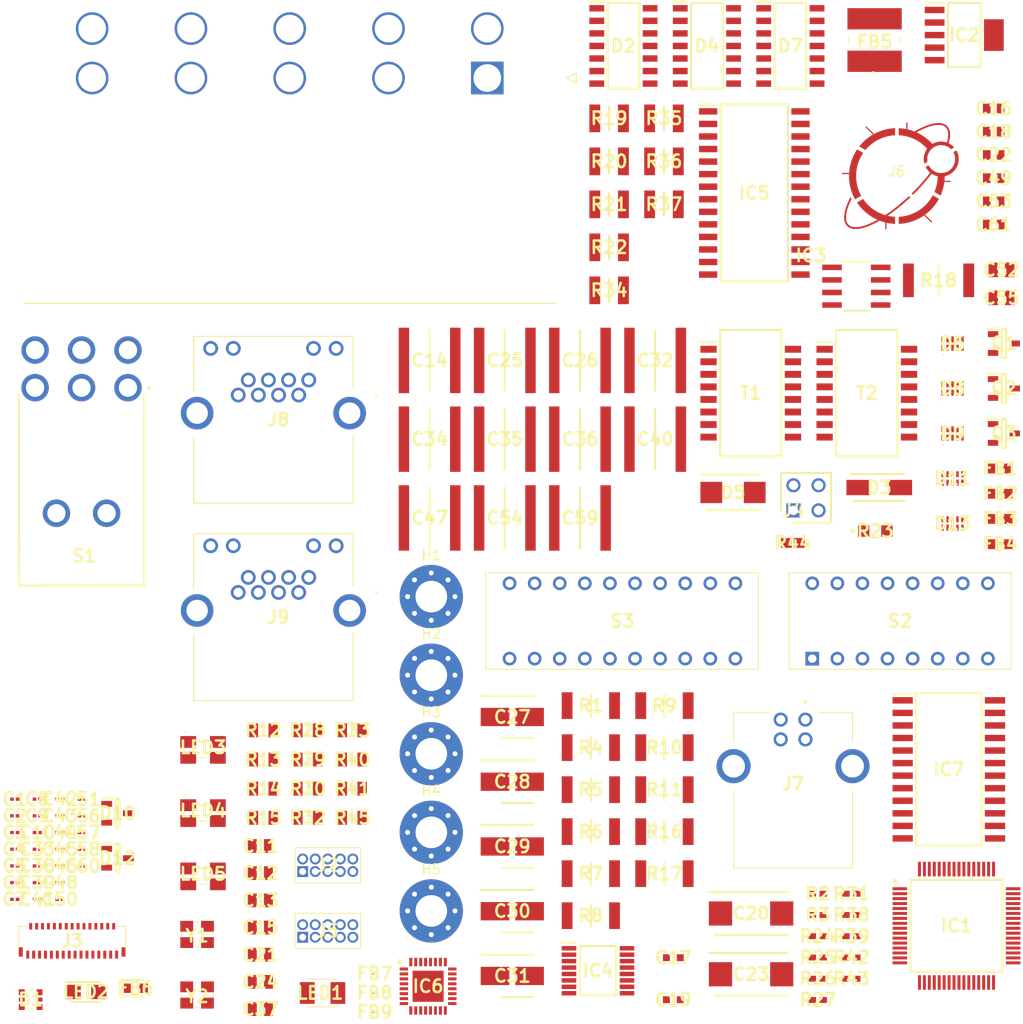
<source format=kicad_pcb>
(kicad_pcb (version 20221018) (generator pcbnew)
  (layers (0 "F.Cu" signal) (31 "B.Cu" signal) (34 "B.Paste" user) (35 "F.Paste" user) (36 "B.SilkS" user "B.Silkscreen") (37 "F.SilkS" user "F.Silkscreen") (38 "B.Mask" user) (39 "F.Mask" user) (44 "Edge.Cuts" user))
  (net 0 "")
  (net 1 "GND")
  (net 2 "/Microcontroller/VDD1")
  (net 3 "+3V3")
  (net 4 "Net-(C5-Pad1)")
  (net 5 "/Microcontroller/VDD2")
  (net 6 "+5V")
  (net 7 "Net-(C10-Pad1)")
  (net 8 "Net-(IC2-NR{slash}FB)")
  (net 9 "Net-(IC3-REF)")
  (net 10 "/OLED Socket/EXTCAP")
  (net 11 "Net-(IC3-SS)")
  (net 12 "/OLED Socket/EXTCAP3")
  (net 13 "Net-(IC3-COMP)")
  (net 14 "/OLED Socket/+12V")
  (net 15 "/OLED Socket/EXTCAP2")
  (net 16 "/COM Bus Header/C1+")
  (net 17 "/COM Bus Header/C1-")
  (net 18 "/COM Bus Header/C2-")
  (net 19 "/COM Bus Header/V+")
  (net 20 "/COM Bus Header/V-")
  (net 21 "Net-(C33-Pad1)")
  (net 22 "/External Ethernet/TPIN-")
  (net 23 "Net-(T1-CT_1)")
  (net 24 "Net-(C40-Pad2)")
  (net 25 "/System Ethernet/TPIN-")
  (net 26 "Net-(T2-CT_1)")
  (net 27 "Net-(C59-Pad2)")
  (net 28 "Net-(IC5-VCAP)")
  (net 29 "Net-(C38-Pad1)")
  (net 30 "Net-(IC6-VDDPLL_1.8)")
  (net 31 "Net-(IC6-VDDA_3.3)")
  (net 32 "Net-(IC6-REXT)")
  (net 33 "/Power Supply/PW_OK")
  (net 34 "/Power Supply/5VSB")
  (net 35 "/Power Supply/PSU_ON")
  (net 37 "/Front Panel Client/RST+")
  (net 38 "/Front Panel Client/RST-")
  (net 40 "/Front Panel Client/HDD+")
  (net 41 "/Front Panel Client/HDD-")
  (net 42 "/Front Panel Client/PLED+")
  (net 43 "/Front Panel Client/PLED-")
  (net 45 "/Front Panel Client/PWR+")
  (net 46 "/Front Panel Client/PWR-")
  (net 47 "Net-(IC3-OUT)")
  (net 48 "/OLED Socket/~{RST}")
  (net 49 "/OLED Socket/SCK")
  (net 51 "/OLED Socket/SDI")
  (net 53 "/Microcontroller/SERIAL_TX")
  (net 54 "/Microcontroller/SERIAL_RX")
  (net 55 "/Microcontroller/SERIAL_RTS")
  (net 56 "/Microcontroller/SERIAL_CTS")
  (net 61 "/COM Bus Header/P2")
  (net 62 "/COM Bus Header/P4")
  (net 64 "/COM Bus Header/P6")
  (net 65 "/COM Bus Header/P9")
  (net 66 "/COM Bus Header/P7")
  (net 68 "/COM Bus Header/P5")
  (net 69 "/COM Bus Header/P3")
  (net 70 "/ISCP Pad/PGEC")
  (net 71 "/ISCP Pad/PGED")
  (net 72 "/ISCP Pad/~{MCLR}")
  (net 77 "Net-(D9-CH1)")
  (net 78 "/Microcontroller/USB_D-")
  (net 79 "/Microcontroller/USB_D+")
  (net 84 "/External Ethernet/GLED+")
  (net 85 "/External Ethernet/YLED+")
  (net 86 "/External Ethernet/TX-")
  (net 87 "/External Ethernet/TX+")
  (net 88 "/External Ethernet/RX+")
  (net 89 "/External Ethernet/RX-")
  (net 94 "/System Ethernet/GLED+")
  (net 95 "/System Ethernet/YLED+")
  (net 96 "/System Ethernet/TX-")
  (net 97 "/System Ethernet/TX+")
  (net 98 "/System Ethernet/RX+")
  (net 99 "/System Ethernet/RX-")
  (net 104 "/Microcontroller/ETH_ETXEN")
  (net 105 "/Microcontroller/ETH_ETXD0")
  (net 106 "/Microcontroller/ETH_ETXD1")
  (net 107 "/External Ethernet/~{CS}")
  (net 108 "/Indicator Lights/SDA")
  (net 109 "/Indicator Lights/SCL")
  (net 110 "/External Ethernet/~{RST}")
  (net 111 "Net-(IC1-AN45{slash}C1INA{slash}RPB5{slash}RB5)")
  (net 112 "/Front Panel Client/PWR_ON")
  (net 113 "/Front Panel Client/RESET")
  (net 114 "/Power Supply/PW_ON")
  (net 115 "Net-(IC1-AN48{slash}RPB8{slash}PMA10{slash}RB8)")
  (net 116 "Net-(IC1-AN49{slash}RPB9{slash}PMA7{slash}RB9)")
  (net 117 "Net-(IC1-TMS{slash}CVREFOUT{slash}AN5{slash}RPB10{slash}PMA13{slash}RB10)")
  (net 118 "Net-(IC1-TDO{slash}AN6{slash}PMA12{slash}RB11)")
  (net 119 "Net-(IC1-TCK{slash}AN7{slash}PMA11{slash}RB12)")
  (net 120 "Net-(IC1-TDI{slash}AN8{slash}RB13)")
  (net 121 "/External Ethernet/SCK")
  (net 122 "/Microcontroller/ETH_EMDC")
  (net 123 "Net-(IC1-OSC1{slash}CLKI{slash}RC12)")
  (net 124 "/COM Bus Header/RTS")
  (net 125 "/COM Bus Header/CTS")
  (net 126 "/COM Bus Header/TX")
  (net 127 "/COM Bus Header/RX")
  (net 128 "/External Ethernet/SDI")
  (net 129 "/External Ethernet/SDO")
  (net 130 "/Microcontroller/ETH_MDIO")
  (net 131 "/External Ethernet/~{INT}")
  (net 132 "/Microcontroller/ETH_INT")
  (net 133 "/Microcontroller/ETH_~{RST}")
  (net 134 "Net-(IC1-TRCLK{slash}SQICLK{slash}ERXD2{slash}AETXD0{slash}RPF1{slash}RF1)")
  (net 135 "/Microcontroller/ETH_ERXD1")
  (net 136 "/Microcontroller/ETH_ERXD0")
  (net 137 "/Microcontroller/ETH_ECRSDV")
  (net 138 "/Microcontroller/ETH_EREFCLK")
  (net 139 "/Microcontroller/ETH_ERXERR")
  (net 140 "Net-(S1-COM_2)")
  (net 141 "Net-(IC2-EN)")
  (net 142 "/External Ethernet/TPIN+")
  (net 143 "/External Ethernet/TPOUT-")
  (net 144 "/External Ethernet/TPOUT+")
  (net 145 "/System Ethernet/TPIN+")
  (net 146 "/System Ethernet/TPOUT-")
  (net 147 "/System Ethernet/TPOUT+")
  (net 148 "Net-(IC3-EN)")
  (net 149 "Net-(IC4-DOUT2)")
  (net 150 "Net-(IC4-RIN2)")
  (net 151 "Net-(IC4-RIN1)")
  (net 152 "Net-(IC4-DOUT1)")
  (net 155 "Net-(IC5-RBIAS)")
  (net 156 "Net-(IC5-OSC1)")
  (net 164 "/COM Bus Header/P8")
  (net 167 "/External Ethernet/CT_45")
  (net 168 "/External Ethernet/CT_78")
  (net 169 "Net-(J8-ANODE_GREEN{slash}CATHODE_YELLOW_1)")
  (net 170 "Net-(J8-ANODE_YELLOW{slash}CATHODE_GREEN_2)")
  (net 171 "/System Ethernet/CT_45")
  (net 172 "/System Ethernet/CT_78")
  (net 173 "Net-(J9-ANODE_GREEN{slash}CATHODE_YELLOW_1)")
  (net 174 "Net-(J9-ANODE_YELLOW{slash}CATHODE_GREEN_2)")
  (net 175 "Net-(LED1-Pad2)")
  (net 176 "Net-(LED2-Pad1)")
  (net 179 "Net-(IC6-XI)")
  (net 180 "Net-(IC6-PHYAD0)")
  (net 184 "Net-(IC6-CONFIG0)")
  (net 185 "/Indicator Lights/O18")
  (net 186 "Net-(T1-CT_3)")
  (net 187 "Net-(T1-CT_4)")
  (net 188 "Net-(T2-CT_3)")
  (net 189 "Net-(T2-CT_4)")
  (net 204 "Net-(IC7-R_EXT)")
  (net 205 "/Indicator Lights/O1")
  (net 206 "/Indicator Lights/O2")
  (net 207 "/Indicator Lights/O3")
  (net 208 "/Indicator Lights/O4")
  (net 209 "/Indicator Lights/O5")
  (net 210 "/Indicator Lights/O6")
  (net 211 "/Indicator Lights/O7")
  (net 212 "/Indicator Lights/O8")
  (net 213 "/Indicator Lights/O9")
  (net 214 "/Indicator Lights/O10")
  (net 215 "/Indicator Lights/O11")
  (net 216 "/Indicator Lights/O12")
  (net 217 "/Indicator Lights/O13")
  (net 218 "/Indicator Lights/O14")
  (net 219 "/Indicator Lights/O15")
  (net 220 "/Indicator Lights/O16")
  (net 221 "/Indicator Lights/O17")
  (net 222 "Net-(IC7-~{SDB})")
  (footprint "SamacSys_Parts:DIOM5436X244N" (layer "F.Cu") (at 169.205 88.085)
    (fp_text reference "D5")
    (fp_text value "P6SMB15A-Q" hide)
  )
  (footprint "SamacSys_Parts:RESC1005X40N" (layer "F.Cu") (at 177.79 137.285)
    (fp_text reference "R26")
    (fp_text value "75R" hide)
  )
  (footprint "SamacSys_Parts:RESC1005X40N" (layer "F.Cu") (at 177.79 135.135)
    (fp_text reference "R25")
    (fp_text value "75R" hide)
  )
  (footprint "SamacSys_Parts:SOP65P640X120-16N" (layer "F.Cu") (at 155.54 136.48)
    (fp_text reference "IC4")
    (fp_text value "SN75C3232EPWR" hide)
  )
  (footprint "SamacSys_Parts:RESC3126X65N" (layer "F.Cu") (at 162.215 58.935)
    (fp_text reference "R37")
    (fp_text value "RC1210FR-0749R9L" hide)
  )
  (footprint "SamacSys_Parts:SOT95P230X110-3N" (layer "F.Cu") (at 196.63 82.115)
    (fp_text reference "Q3")
    (fp_text value "PMV20ENR" hide)
  )
  (footprint "SamacSys_Parts:CAPC0402X22N" (layer "F.Cu") (at 103.34 119.115)
    (fp_text reference "C51")
    (fp_text value "0.1u" hide)
  )
  (footprint "SamacSys_Parts:SOIC127P600X175-14N" (layer "F.Cu") (at 166.565 42.91)
    (fp_text reference "D4")
    (fp_text value "SMDA05C-8.TBT" hide)
  )
  (footprint "SamacSys_Parts:CAPC5664X270N" (layer "F.Cu") (at 161.325 82.695)
    (fp_text reference "C40")
    (fp_text value "1nF 5kV" hide)
  )
  (footprint "SamacSys_Parts:323287241" (layer "F.Cu") (at 102.31 133.45)
    (fp_text reference "J3")
    (fp_text value "3-2328724-1" hide)
  )
  (footprint "SamacSys_Parts:RESC2012X60N" (layer "F.Cu") (at 130.66 115.105)
    (fp_text reference "R40")
    (fp_text value "470R" hide)
  )
  (footprint "SamacSys_Parts:CAPC2012X135N" (layer "F.Cu") (at 121.36 137.605)
    (fp_text reference "C24")
    (fp_text value "4,7u" hide)
  )
  (footprint "SamacSys_Parts:CAPC5664X270N" (layer "F.Cu") (at 138.495 74.725)
    (fp_text reference "C14")
    (fp_text value "1nF 5kV" hide)
  )
  (footprint "SamacSys_Parts:RESC1608X55N" (layer "F.Cu") (at 175.255 93.195)
    (fp_text reference "R44")
    (fp_text value "3.3k" hide)
  )
  (footprint "SamacSys_Parts:RESC1005X40N" (layer "F.Cu") (at 177.79 132.985)
    (fp_text reference "R24")
    (fp_text value "75R" hide)
  )
  (footprint "SamacSys_Parts:RESC5025X65N" (layer "F.Cu") (at 154.815 122.405)
    (fp_text reference "R6")
    (fp_text value "10k" hide)
  )
  (footprint "SamacSys_Parts:ASE24576MHZLCT" (layer "F.Cu") (at 114.96 132.805)
    (fp_text reference "Y1")
    (fp_text value "25MHz" hide)
  )
  (footprint "SamacSys_Parts:CAPC0402X22N" (layer "F.Cu") (at 103.34 124.185)
    (fp_text reference "C58")
    (fp_text value "0.1u" hide)
  )
  (footprint "SamacSys_Parts:CAPC0402X22N" (layer "F.Cu") (at 101.06 127.565)
    (fp_text reference "C48")
    (fp_text value "0.1u" hide)
  )
  (footprint "SamacSys_Parts:SOIC127P1030X265-28N" (layer "F.Cu") (at 171.365 57.785)
    (fp_text reference "IC5")
    (fp_text value "ENC28J60-I_SO" hide)
  )
  (footprint "SamacSys_Parts:RESC5025X65N" (layer "F.Cu") (at 154.815 126.655)
    (fp_text reference "R7")
    (fp_text value "10k" hide)
  )
  (footprint "SamacSys_Parts:BEADC1608X95N" (layer "F.Cu") (at 196.255 85.665)
    (fp_text reference "FB1")
    (fp_text value "BMC1JY0300AN" hide)
  )
  (footprint "SamacSys_Parts:RESC5025X65N" (layer "F.Cu") (at 154.815 109.655)
    (fp_text reference "R1")
    (fp_text value "10k" hide)
  )
  (footprint "SamacSys_Parts:CAPC0402X22N" (layer "F.Cu") (at 98.78 127.565)
    (fp_text reference "C39")
    (fp_text value "0.1u" hide)
  )
  (footprint "SamacSys_Parts:SOIC127P930X570-16N" (layer "F.Cu") (at 182.755 78.04)
    (fp_text reference "T2")
    (fp_text value "PT61017XPEL" hide)
  )
  (footprint "SamacSys_Parts:PESD5V0L5UY115" (layer "F.Cu") (at 98.11 139.4)
    (fp_text reference "D1")
    (fp_text value "PESD5V0L5UY,115" hide)
  )
  (footprint "SamacSys_Parts:CAPC0402X22N" (layer "F.Cu") (at 101.06 129.255)
    (fp_text reference "C50")
    (fp_text value "0.1u" hide)
  )
  (footprint "SamacSys_Parts:RESC3126X65N" (layer "F.Cu") (at 156.665 67.635)
    (fp_text reference "R34")
    (fp_text value "RC1210FR-0749R9L" hide)
  )
  (footprint "SamacSys_Parts:RESC3126X65N" (layer "F.Cu") (at 162.215 54.585)
    (fp_text reference "R36")
    (fp_text value "RC1210FR-0749R9L" hide)
  )
  (footprint "SamacSys_Parts:RESC1005X40N" (layer "F.Cu") (at 181.19 128.685)
    (fp_text reference "R31")
    (fp_text value "4.7k" hide)
  )
  (footprint "SamacSys_Parts:SS60300103" (layer "F.Cu") (at 125.242 78.23)
    (fp_text reference "J8")
    (fp_text value "SS-60300-103" hide)
  )
  (footprint "SamacSys_Parts:CAPC0402X22N" (layer "F.Cu") (at 98.78 125.875)
    (fp_text reference "C38")
    (fp_text value "0.1u" hide)
  )
  (footprint "SamacSys_Parts:BEADC1608X95N" (layer "F.Cu") (at 196.255 90.765)
    (fp_text reference "FB3")
    (fp_text value "BMC1JY0300AN" hide)
  )
  (footprint "SamacSys_Parts:SOIC127P600X175-14N" (layer "F.Cu") (at 175.015 42.91)
    (fp_text reference "D7")
    (fp_text value "SMDA05C-8.TBT" hide)
  )
  (footprint "SamacSys_Parts:CAPAE430X610N" (layer "F.Cu") (at 146.865 117.355)
    (fp_text reference "C28")
    (fp_text value "0.1u" hide)
  )
  (footprint "SamacSys_Parts:7201K2AQEG" (layer "F.Cu") (at 107.96 77.487)
    (fp_text reference "S1")
    (fp_text value "7201K2AQEG" hide)
  )
  (footprint "SamacSys_Parts:ASE24576MHZLCT" (layer "F.Cu") (at 114.96 138.93)
    (fp_text reference "Y2")
    (fp_text value "25MHz" hide)
  )
  (footprint "SamacSys_Parts:QFN50P500X500X90-33N-D" (layer "F.Cu") (at 138.34 138.05)
    (fp_text reference "IC6")
    (fp_text value "KSZ8041RNL-TR" hide)
  )
  (footprint "SamacSys_Parts:SOT127P706X180-6N" (layer "F.Cu") (at 192.615 41.81)
    (fp_text reference "IC2")
    (fp_text value "TPS73733DCQ" hide)
  )
  (footprint "SamacSys_Parts:RESC3126X65N" (layer "F.Cu") (at 156.665 58.935)
    (fp_text reference "R21")
    (fp_text value "RC1210FR-0749R9L" hide)
  )
  (footprint "SamacSys_Parts:RESC2012X60N" (layer "F.Cu") (at 121.66 112.155)
    (fp_text reference "R12")
    (fp_text value "1K" hide)
  )
  (footprint "SamacSys_Parts:206124" (layer "F.Cu") (at 177.23 104.9)
    (fp_text reference "S2")
    (fp_text value "206-124" hide)
  )
  (footprint "SamacSys_Parts:CAPC5664X270N" (layer "F.Cu") (at 138.495 90.665)
    (fp_text reference "C47")
    (fp_text value "1nF 5kV" hide)
  )
  (footprint "SamacSys_Parts:CAPC2012X75N" (layer "F.Cu") (at 121.36 132.105)
    (fp_text reference "C15")
    (fp_text value "0.01u" hide)
  )
  (footprint "SamacSys_Parts:RESC5025X65N" (layer "F.Cu") (at 154.815 118.155)
    (fp_text reference "R5")
    (fp_text value "10k" hide)
  )
  (footprint "SamacSys_Parts:LEDC1608X80N" (layer "F.Cu") (at 108.76 138.25)
    (fp_text reference "FB6")
    (fp_text value "74279260" hide)
  )
  (footprint "SamacSys_Parts:42820-5XXY_1" (layer "F.Cu") (at 144.3342 46.1542)
    (fp_text reference "J1")
    (fp_text value "42820-5223" hide)
  )
  (footprint "SamacSys_Parts:SOIC127P1036X265-24N" (layer "F.Cu") (at 191.055 116.105)
    (fp_text reference "IC7")
    (fp_text value "IS31FL3218-GRLS2" hide)
  )
  (footprint "SamacSys_Parts:SOIC127P600X175-14N" (layer "F.Cu") (at 158.115 42.91)
    (fp_text reference "D2")
    (fp_text value "SMDA05C-8.TBT" hide)
  )
  (footprint "SamacSys_Parts:CAPC2012X135N" (layer "F.Cu") (at 121.36 140.355)
    (fp_text reference "C37")
    (fp_text value "10u" hide)
  )
  (footprint "SamacSys_Parts:RESC5025X65N" (layer "F.Cu") (at 162.265 113.905)
    (fp_text reference "R10")
    (fp_text value "10k" hide)
  )
  (footprint "MountingHole:MountingHole_3.2mm_M3_Pad_Via" (layer "F.Cu") (at 138.665 106.575)
    (fp_text reference "H2")
    (fp_text value "MountingHole_Pad")
  )
  (footprint "SamacSys_Parts:RESC2012X60N" (layer "F.Cu") (at 121.66 121.005)
    (fp_text reference "R15")
    (fp_text value "470R" hide)
  )
  (footprint "SamacSys_Parts:RESC2012X60N" (layer "F.Cu") (at 126.16 118.055)
    (fp_text reference "R30")
    (fp_text value "6.49k" hide)
  )
  (footprint "SamacSys_Parts:CAPC5664X270N" (layer "F.Cu") (at 153.715 74.725)
    (fp_text reference "C26")
    (fp_text value "1nF 5kV" hide)
  )
  (footprint "SamacSys_Parts:BEADC1608X95N" (layer "F.Cu") (at 196.255 88.215)
    (fp_text reference "FB2")
    (fp_text value "BMC1JY0300AN" hide)
  )
  (footprint "SamacSys_Parts:CAPC0402X22N" (layer "F.Cu") (at 103.34 122.495)
    (fp_text reference "C57")
    (fp_text value "0.1u" hide)
  )
  (footprint "SamacSys_Parts:CAPC0402X22N" (layer "F.Cu") (at 98.78 129.255)
    (fp_text reference "C41")
    (fp_text value "0.1u" hide)
  )
  (footprint "SamacSys_Parts:RESC3126X65N" (layer "F.Cu") (at 162.215 50.235)
    (fp_text reference "R35")
    (fp_text value "RC1210FR-0749R9L" hide)
  )
  (footprint "SamacSys_Parts:SOT95P240X105-3N" (layer "F.Cu") (at 106.905 125.095)
    (fp_text reference "D12")
    (fp_text value "CPDT-5V0U-HF" hide)
  )
  (footprint "SamacSys_Parts:CAPC0402X22N" (layer "F.Cu") (at 96.5 127.565)
    (fp_text reference "C6")
    (fp_text value "0.1u" hide)
  )
  (footprint "SamacSys_Parts:C1608_Commercial" (layer "F.Cu") (at 163.165 135.155)
    (fp_text reference "C17")
    (fp_text value "0.047u" hide)
  )
  (footprint "SamacSys_Parts:RESC5025X65N" (layer "F.Cu") (at 162.265 126.655)
    (fp_text reference "R17")
    (fp_text value "10k" hide)
  )
  (footprint "SamacSys_Parts:BLM02AX100SN1D" (layer "F.Cu") (at 132.935 136.755)
    (fp_text reference "FB7")
    (fp_text value "BLM02PX600SN1D" hide)
  )
  (footprint "SamacSys_Parts:CAPC0402X22N" (layer "F.Cu") (at 101.06 124.185)
    (fp_text reference "C45")
    (fp_text value "0.1u" hide)
  )
  (footprint "SamacSys_Parts:SOT95P230X110-3N" (layer "F.Cu") (at 196.63 73.015)
    (fp_text reference "Q1")
    (fp_text value "PMV20ENR" hide)
  )
  (footprint "SamacSys_Parts:CAPC0402X22N" (layer "F.Cu") (at 101.06 119.115)
    (fp_text reference "C42")
    (fp_text value "0.1u" hide)
  )
  (footprint "SamacSys_Parts:CAPC2012X135N" (layer "F.Cu") (at 121.36 134.855)
    (fp_text reference "C21")
    (fp_text value "4.7u" hide)
  )
  (footprint "SamacSys_Parts:CAPC2012X95N" (layer "F.Cu") (at 196.38 68.395)
    (fp_text reference "C55")
    (fp_text value "22u" hide)
  )
  (footprint "SamacSys_Parts:RESC1005X40N" (layer "F.Cu") (at 181.19 135.135)
    (fp_text reference "R42")
    (fp_text value "75R" hide)
  )
  (footprint "SamacSys_Parts:RESC5025X65N" (layer "F.Cu") (at 162.265 109.655)
    (fp_text reference "R9")
    (fp_text value "10k" hide)
  )
  (footprint "SamacSys_Parts:CAPC5664X270N" (layer "F.Cu") (at 161.325 74.725)
    (fp_text reference "C32")
    (fp_text value "1nF 5kV" hide)
  )
  (footprint "SamacSys_Parts:PESD4USB5BTBSX" (layer "F.Cu") (at 191.43 82.115)
    (fp_text reference "D9")
    (fp_text value "PESD4USB5B-TBSX" hide)
  )
  (footprint "SamacSys_Parts:CAPC0402X22N" (layer "F.Cu") (at 101.06 120.805)
    (fp_text reference "C43")
    (fp_text value "0.1u" hide)
  )
  (footprint "SamacSys_Parts:CAPC2012X95N" (layer "F.Cu") (at 196.38 65.565)
    (fp_text reference "C52")
    (fp_text value "22u" hide)
  )
  (footprint "SamacSys_Parts:ERJP06__0805_" (layer "F.Cu") (at 183.61 91.99)
    (fp_text reference "R23")
    (fp_text value "2.32k, <=1%" hide)
  )
  (footprint "SamacSys_Parts:RESC1005X40N" (layer "F.Cu") (at 181.19 137.285)
    (fp_text reference "R43")
    (fp_text value "75R" hide)
  )
  (footprint "SamacSys_Parts:CAPAE430X610N" (layer "F.Cu") (at 146.865 110.805)
    (fp_text reference "C27")
    (fp_text value "0.1u" hide)
  )
  (footprint "SamacSys_Parts:CAPC0402X22N" (layer "F.Cu") (at 96.5 125.875)
    (fp_text reference "C5")
    (fp_text value "0.1u" hide)
  )
  (footprint "SamacSys_Parts:CLM3CWKWCXAYA453" (layer "F.Cu") (at 103.71 138.625)
    (fp_text reference "LED2")
    (fp_text value "AA3528VRVFS/A" hide)
  )
  (footprint "SamacSys_Parts:CAPPM7343X310N" (layer "F.Cu") (at 171.04 136.835)
    (fp_text reference "C23")
    (fp_text value "33u" hide)
  )
  (footprint "SamacSys_Parts:QFP50P1200X1200X120-64N" (layer "F.Cu") (at 191.83 131.93)
    (fp_text reference "IC1")
    (fp_text value "PIC32MZ2048EFG064-E_PT" hide)
  )
  (footprint "SamacSys_Parts:CD54NP180MC" (layer "F.Cu") (at 183.54 42.31)
    (fp_text reference "FB5")
    (fp_text value "CD54NP-180MC" hide)
  )
  (footprint "SamacSys_Parts:CAPC5664X270N" (layer "F.Cu") (at 138.495 82.695)
    (fp_text reference "C34")
    (fp_text value "1nF 5kV" hide)
  )
  (footprint "SamacSys_Parts:CAPC0402X22N" (layer "F.Cu") (at 98.78 120.805)
    (fp_text reference "C9")
    (fp_text value "0.1u" hide)
  )
  (footprint "SamacSys_Parts:RESC2012X60N" (layer "F.Cu") (at 130.66 112.155)
    (fp_text reference "R33")
    (fp_text value "1K" hide)
  )
  (footprint "SamacSys_Parts:M503500542" (layer "F.Cu") (at 125.645 126.44)
    (fp_text reference "J2")
    (fp_text value "855-M50-3500542" hide)
  )
  (footprint "SamacSys_Parts:CAPC0402X22N" (layer "F.Cu") (at 98.78 122.495)
    (fp_text reference "C10")
    (fp_text value "0.1u" hide)
  )
  (footprint "SamacSys_Parts:CAPC1608X90N" (layer "F.Cu") (at 195.595 53.935)
    (fp_text reference "C22")
    (fp_text value "1u" hide)
  )
  (footprint "SamacSys_Parts:CAPC0402X22N" (layer "F.Cu") (at 98.78 119.115)
    (fp_text reference "C8")
    (fp_text value "0.1u" hide)
  )
  (footprint "SamacSys_Parts:SOT95P240X105-3N" (layer "F.Cu") (at 106.905 120.545)
    (fp_text reference "D10")
    (fp_text value "CPDT-5V0U-HF" hide)
  )
  (footprint "SamacSys_Parts:CAPC2012X135N" (layer "F.Cu") (at 121.36 126.605)
    (fp_text reference "C12")
    (fp_text value "10u" hide)
  )
  (footprint "MountingHole:MountingHole_3.2mm_M3_Pad_Via" (layer "F.Cu") (at 138.665 114.525)
    (fp_text reference "H3")
    (fp_text value "MountingHole_Pad")
  )
  (footprint "SamacSys_Parts:RESC2012X60N" (layer "F.Cu") (at 130.66 118.055)
    (fp_text reference "R41")
    (fp_text value "470R" hide)
  )
  (footprint "SamacSys_Parts:RESC3126X65N" (layer "F.Cu") (at 156.665 63.285)
    (fp_text reference "R22")
    (fp_text value "RC1210FR-0749R9L" hide)
  )
  (footprint "SamacSys_Parts:SOIC127P600X175-8N" (layer "F.Cu") (at 181.6944 67.2154)
    (fp_text reference "IC3")
    (fp_text value "TPS6734IDR" hide)
  )
  (footprint "SamacSys_Parts:BEADC1608X95N" (layer "F.Cu") (at 196.255 93.315)
    (fp_text reference "FB4")
    (fp_text value "BMC1JY0300AN" hide)
  )
  (footprint "SamacSys_Parts:RESC5025X65N" (layer "F.Cu") (at 154.815 130.905)
    (fp_text reference "R8")
    (fp_text value "10k" hide)
  )
  (footprint "SamacSys_Parts:SOIC127P930X570-16N" (layer "F.Cu") (at 171.005 78.04)
    (fp_text reference "T1")
    (fp_text value "PT61017XPEL" hide)
  )
  (footprint "SamacSys_Parts:CAPC0402X22N" (layer "F.Cu") (at 98.78 124.185)
    (fp_text reference "C33")
    (fp_text value "0.1u" hide)
  )
  (footprint "SamacSys_Parts:206125" (layer "F.Cu") (at 146.59 97.28)
    (fp_text reference "S3")
    (fp_text value "206-125" hide)
  )
  (footprint "SamacSys_Parts:RESC3126X65N" (layer "F.Cu") (at 156.665 54.585)
    (fp_text reference "R20")
    (fp_text value "RC1210FR-0749R9L" hide)
  )
  (footprint "SamacSys_Parts:CAPAE430X610N" (layer "F.Cu") (at 146.865 123.905)
    (fp_text reference "C29")
    (fp_text value "0.1u" hide)
  )
  (footprint "SamacSys_Parts:CAPC0402X22N" (layer "F.Cu") (at 103.34 125.875)
    (fp_text reference "C60")
    (fp_text value "0.1u" hide)
  )
  (footprint "SamacSys_Parts:CAPC1608X90N" (layer "F.Cu") (at 195.595 58.635)
    (fp_text reference "C53")
    (fp_text value "100p" hide)
  )
  (footprint "SamacSys_Parts:SOT95P230X110-3N" (layer "F.Cu") (at 196.63 77.565)
    (fp_text reference "Q2")
    (fp_text value "PMV20ENR" hide)
  )
  (footprint "SamacSys_Parts:RESC2012X60N" (layer "F.Cu") (at 121.66 115.105)
    (fp_text reference "R13")
    (fp_text value "1K" hide)
  )
  (footprint "Oro Footprints:OroConn6p" (layer "F.Cu") (at 185.789642 56.109642)
    (fp_text reference "J6")
    (fp_text value "OroConn6p")
  )
  (footprint "MountingHole:MountingHole_3.2mm_M3_Pad_Via" (layer "F.Cu") (at 138.665 130.425)
    (fp_text reference "H5")
    (fp_text value "MountingHole_Pad")
  )
  (footprint "SamacSys_Parts:CAPAE430X610N" (layer "F.Cu") (at 146.865 137.005)
    (fp_text reference "C31")
    (fp_text value "0.1u" hide)
  )
  (footprint "SamacSys_Parts:150120M173000" (layer "F.Cu") (at 115.56 126.93)
    (fp_text reference "LED5")
    (fp_text value "150120M173000" hide)
  )
  (footprint "SamacSys_Parts:CAPC0402X22N" (layer "F.Cu") (at 96.5 119.115)
    (fp_text reference "C1")
    (fp_text value "0.1u" hide)
  )
  (footprint "SamacSys_Parts:CAPC0402X22N" (layer "F.Cu") (at 101.06 122.495)
    (fp_text reference "C44")
    (fp_text value "0.1u" hide)
  )
  (footprint "SamacSys_Parts:CAPAE430X610N" (layer "F.Cu") (at 146.865 130.455)
    (fp_text reference "C30")
    (fp_text value "0.1u" hide)
  )
  (footprint "SamacSys_Parts:RESC1005X40N" (layer "F.Cu") (at 177.79 130.835)
    (fp_text reference "R3")
    (fp_text value "4.7k" hide)
  )
  (footprint "MountingHole:MountingHole_3.2mm_M3_Pad_Via" (layer "F.Cu") (at 138.665 98.625)
    (fp_text reference "H1")
    (fp_text value "MountingHole_Pad")
  )
  (footprint "SamacSys_Parts:SS60300103" (layer "F.Cu") (at 125.242 98.2)
    (fp_text reference "J9")
    (fp_text value "SS-60300-103" hide)
  )
  (footprint "SamacSys_Parts:C1608_Commercial" (layer "F.Cu") (at 163.165 139.405)
    (fp_text reference "C19")
    (fp_text value "0.001u" hide)
  )
  (footprint "SamacSys_Parts:PESD4USB5BTBSX" (layer "F.Cu") (at 191.43 86.665)
    (fp_text reference "D11")
    (fp_text value "PESD4USB5B-TBSX" hide)
  )
  (footprint "SamacSys_Parts:CAPC5664X270N" (layer "F.Cu") (at 146.105 82.695)
    (fp_text reference "C35")
    (fp_text value "1nF 5kV" hide)
  )
  (footprint "SamacSys_Parts:150120M173000" (layer "F.Cu") (at 115.56 120.53)
    (fp_text reference "LED4")
    (fp_text value "150120M173000" hide)
  )
  (footprint "SamacSys_Parts:CAPC5664X270N" (layer "F.Cu") (at 146.105 74.725)
    (fp_text reference "C25")
    (fp_text value "1nF 5kV" hide)
  )
  (footprint "SamacSys_Parts:M503500542" (layer "F.Cu") (at 125.645 133.09)
    (fp_text reference "J5")
    (fp_text value "855-M50-3500542" hide)
  )
  (footprint "SamacSys_Parts:CAPC2012X135N" (layer "F.Cu") (at 121.36 129.355)
    (fp_text reference "C13")
    (fp_text value "10u" hide)
  )
  (footprint "SamacSys_Parts:CAPC1608X90N" (layer "F.Cu") (at 195.595 51.585)
    (fp_text reference "C18")
    (fp_text value "1u" hide)
  )
  (footprint "SamacSys_Parts:CAPC1608X90N" (layer "F.Cu") (at 195.595 56.285)
    (fp_text reference "C49")
    (fp_text value "1u" hide)
  )
  (footprint "SamacSys_Parts:CAPC0402X22N" (layer "F.Cu") (at 103.34 120.805)
    (fp_text reference "C56")
    (fp_text value "0.1u" hide)
  )
  (footprint "SamacSys_Parts:RESC2012X60N" (layer "F.Cu") (at 126.16 121.005)
    (fp_text reference "R32")
    (fp_text value "1K" hide)
  )
  (footprint "SamacSys_Parts:RESC2012X60N" (layer "F.Cu") (at 126.16 112.155)
    (fp_text reference "R28")
    (fp_text value "470R" hide)
  )
  (footprint "SamacSys_Parts:RESC2012X60N" (layer "F.Cu") (at 121.66 118.055)
    (fp_text reference "R14")
    (fp_text value "470R" hide)
  )
  (footprint "SamacSys_Parts:CAPPM7343X310N" (layer "F.Cu") (at 171.04 130.685)
    (fp_text reference "C20")
    (fp_text value "33u" hide)
  )
  (footprint "SamacSys_Parts:RESC2012X60N" (layer "F.Cu") (at 126.16 115.105)
    (fp_text reference "R29")
    (fp_text value "470R" hide)
  )
  (footprint "SamacSys_Parts:RESC1005X40N" (layer "F.Cu") (at 181.19 130.835)
    (fp_text reference "R38")
    (fp_text value "75R" hide)
  )
  (footprint "SamacSys_Parts:RESC3126X65N" (layer "F.Cu") (at 156.665 50.235)
    (fp_text reference "R19")
    (fp_text value "RC1210FR-0749R9L" hide)
  )
  (footprint "SamacSys_Parts:CAPC1608X90N" (layer "F.Cu") (at 195.595 60.985)
    (fp_text reference "C61")
    (fp_text value "1u" hide)
  )
  (footprint "SamacSys_Parts:PESD4USB5BTBSX" (layer "F.Cu") (at 191.43 91.215)
    (fp_text reference "D13")
    (fp_text value "PESD4USB5B-TBSX" hide)
  )
  (footprint "SamacSys_Parts:BLM02AX100SN1D" (layer "F.Cu") (at 132.935 140.655)
    (fp_text reference "FB9")
    (fp_text value "BLM02PX600SN1D" hide)
  )
  (footprint "SamacSys_Parts:CAPC5664X270N" (layer "F.Cu") (at 153.715 90.665)
    (fp_text reference "C59")
    (fp_text value "1nF 5kV" hide)
  )
  (footprint "SamacSys_Parts:CAPC0402X22N" (layer "F.Cu") (at 96.5 124.185)
    (fp_text reference "C4")
    (fp_text value "0.1u" hide)
  )
  (footprint "SamacSys_Parts:CAPC5664X270N" (layer "F.Cu") (at 146.105 90.665)
    (fp_text reference "C54")
    (fp_text value "1nF 5kV" hide)
  )
  (footprint "SamacSys_Parts:RESC5025X65N" (layer "F.Cu") (at 162.265 118.155)
    (fp_text reference "R11")
    (fp_text value "10k" hide)
  )
  (footprint "SamacSys_Parts:PESD4USB5BTBSX" (layer "F.Cu") (at 191.43 73.015)
    (fp_text reference "D6")
    (fp_text value "PESD4USB5B-TBSX" hide)
  )
  (footprint "SamacSys_Parts:RESC1005X40N" (layer "F.Cu") (at 177.79 128.685)
    (fp_text reference "R2")
    (fp_text value "4.7k" hide)
  )
  (footprint "SamacSys_Parts:2923174" (layer "F.Cu") (at 176.535 111.07)
    (fp_text reference "J7")
    (fp_text value "292317-4" hide)
  )
  (footprint "SamacSys_Parts:CAPC0402X22N" (layer "F.Cu") (at 96.5 122.495)
    (fp_text reference "C3")
    (fp_text value "0.1u" hide)
  )
  (footprint "SamacSys_Parts:RESC5025X65N" (layer "F.Cu") (at 154.815 113.905)
    (fp_text reference "R4")
    (fp_text value "10k" hide)
  )
  (footprint "SamacSys_Parts:CAPC0402X22N" (layer "F.Cu") (at 101.06 125.875)
    (fp_text reference "C46")
    (fp_text value "0.1u" hide)
  )
  (footprint "SamacSys_Parts:CAPC0402X22N" (layer "F.Cu") (at 96.5 120.805)
    (fp_text reference "C2")
    (fp_text value "0.1u" hide)
  )
  (footprint "SamacSys_Parts:CAPC0402X22N" (layer "F.Cu") (at 96.5 129.255)
    (fp_text reference "C7")
    (fp_text value "0.1u" hide)
  )
  (footprint "SamacSys_Parts:RESC6432X65N" (layer "F.Cu") (at 190.015 66.625)
    (fp_text reference "R18")
    (fp_text value "1k" hide)
  )
  (footprint "SamacSys_Parts:BLM02AX100SN1D" (layer "F.Cu") (at 132.935 138.705)
    (fp_text reference "FB8")
    (fp_text value "BLM02PX600SN1D" hide)
  )
  (footprint "SamacSys_Parts:RESC1005X40N" (layer "F.Cu") (at 181.19 132.985)
    (fp_text reference "R39")
    (fp_text value "75R" hide)
  )
  (footprint "SamacSys_Parts:CAPC1608X90N" (layer "F.Cu") (at 195.595 49.235)
    (fp_text reference "C16")
    (fp_text value "1u" hide)
  )
  (footprint "SamacSys_Parts:DIOM5227X250N" (layer "F.Cu") (at 184.01 87.59)
    (fp_text reference "D3")
    (fp_text value "SS12" hide)
  )
  (footprint "SamacSys_Parts:RESC1005X40N" (layer "F.Cu") (at 177.79 139.435)
    (fp_text reference "R27")
    (fp_text value "75R" hide)
  )
  (footprint "SamacSys_Parts:AA3528VRVFSA" (layer "F.Cu") (at 127.66 138.73)
    (fp_text reference "LED1")
    (fp_text value "AA3528VRVFS/A" hide)
  )
  (footprint "SamacSys_Parts:RESC5025X65N" (layer "F.Cu") (at 162.265 122.405)
    (fp_text reference "R16")
    (fp_text value "10k" hide)
  )
  (footprint "SamacSys_Parts:RESC2012X60N" (layer "F.Cu") (at 130.66 121.005)
    (fp_text reference "R45")
    (fp_text value "1K" hide)
  )
  (footprint "SamacSys_Parts:150120M173000" (layer "F.Cu") (at 115.56 114.13)
    (fp_text reference "LED3")
    (fp_text value "150120M173000" hide)
  )
  (footprint "SamacSys_Parts:PESD4USB5BTBSX" (layer "F.Cu") (at 191.43 77.565)
    (fp_text reference "D8")
    (fp_text value "PESD4USB5B-TBSX" hide)
  )
  (footprint "MountingHole:MountingHole_3.2mm_M3_Pad_Via" (layer "F.Cu") (at 138.665 122.475)
    (fp_text reference "H4")
    (fp_text value "MountingHole_Pad")
  )
  (footprint "SamacSys_Parts:CAPC5664X270N" (layer "F.Cu") (at 153.715 82.695)
    (fp_text reference "C36")
    (fp_text value "1nF 5kV" hide)
  )
  (footprint "SamacSys_Parts:RHDR4W77P254_2X2_508X503X864P" (layer "F.Cu") (at 175.325 89.9)
    (fp_text reference "J4")
    (fp_text value "5-534206-2" hide)
  )
  (footprint "SamacSys_Parts:CAPC2012X135N" (layer "F.Cu") (at 121.36 123.855)
    (fp_text reference "C11")
    (fp_text value "10u" hide)
  )
)
</source>
